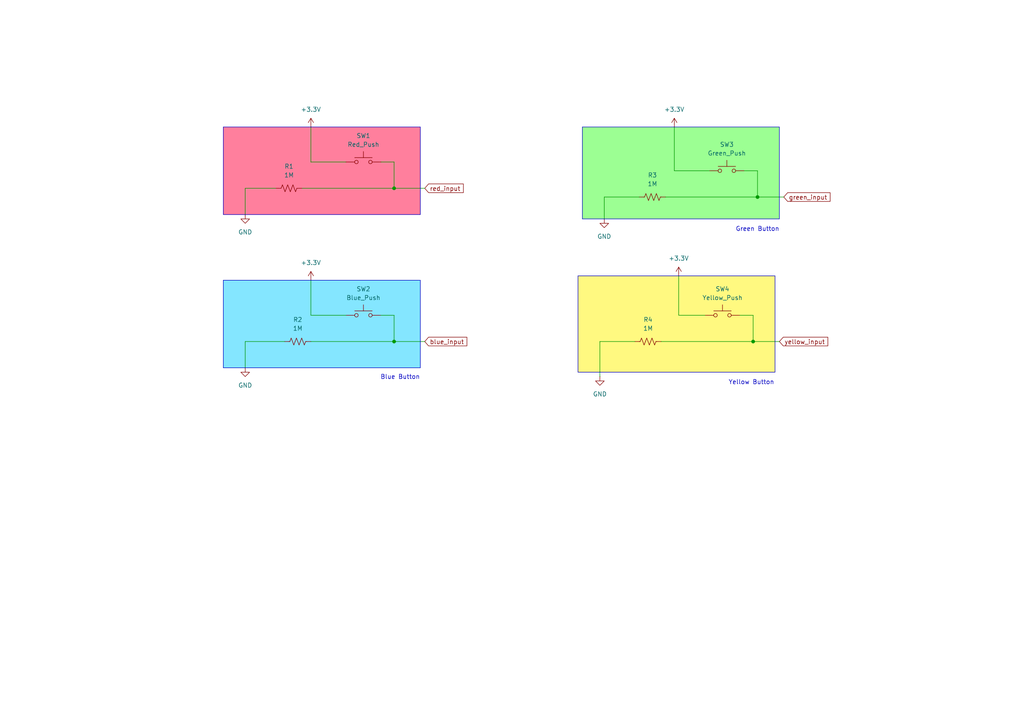
<source format=kicad_sch>
(kicad_sch
	(version 20231120)
	(generator "eeschema")
	(generator_version "8.0")
	(uuid "40e8b58e-fede-4956-ac8c-a3df9c5062b3")
	(paper "A4")
	(lib_symbols
		(symbol "Device:R_US"
			(pin_numbers hide)
			(pin_names
				(offset 0)
			)
			(exclude_from_sim no)
			(in_bom yes)
			(on_board yes)
			(property "Reference" "R"
				(at 2.54 0 90)
				(effects
					(font
						(size 1.27 1.27)
					)
				)
			)
			(property "Value" "R_US"
				(at -2.54 0 90)
				(effects
					(font
						(size 1.27 1.27)
					)
				)
			)
			(property "Footprint" ""
				(at 1.016 -0.254 90)
				(effects
					(font
						(size 1.27 1.27)
					)
					(hide yes)
				)
			)
			(property "Datasheet" "~"
				(at 0 0 0)
				(effects
					(font
						(size 1.27 1.27)
					)
					(hide yes)
				)
			)
			(property "Description" "Resistor, US symbol"
				(at 0 0 0)
				(effects
					(font
						(size 1.27 1.27)
					)
					(hide yes)
				)
			)
			(property "ki_keywords" "R res resistor"
				(at 0 0 0)
				(effects
					(font
						(size 1.27 1.27)
					)
					(hide yes)
				)
			)
			(property "ki_fp_filters" "R_*"
				(at 0 0 0)
				(effects
					(font
						(size 1.27 1.27)
					)
					(hide yes)
				)
			)
			(symbol "R_US_0_1"
				(polyline
					(pts
						(xy 0 -2.286) (xy 0 -2.54)
					)
					(stroke
						(width 0)
						(type default)
					)
					(fill
						(type none)
					)
				)
				(polyline
					(pts
						(xy 0 2.286) (xy 0 2.54)
					)
					(stroke
						(width 0)
						(type default)
					)
					(fill
						(type none)
					)
				)
				(polyline
					(pts
						(xy 0 -0.762) (xy 1.016 -1.143) (xy 0 -1.524) (xy -1.016 -1.905) (xy 0 -2.286)
					)
					(stroke
						(width 0)
						(type default)
					)
					(fill
						(type none)
					)
				)
				(polyline
					(pts
						(xy 0 0.762) (xy 1.016 0.381) (xy 0 0) (xy -1.016 -0.381) (xy 0 -0.762)
					)
					(stroke
						(width 0)
						(type default)
					)
					(fill
						(type none)
					)
				)
				(polyline
					(pts
						(xy 0 2.286) (xy 1.016 1.905) (xy 0 1.524) (xy -1.016 1.143) (xy 0 0.762)
					)
					(stroke
						(width 0)
						(type default)
					)
					(fill
						(type none)
					)
				)
			)
			(symbol "R_US_1_1"
				(pin passive line
					(at 0 3.81 270)
					(length 1.27)
					(name "~"
						(effects
							(font
								(size 1.27 1.27)
							)
						)
					)
					(number "1"
						(effects
							(font
								(size 1.27 1.27)
							)
						)
					)
				)
				(pin passive line
					(at 0 -3.81 90)
					(length 1.27)
					(name "~"
						(effects
							(font
								(size 1.27 1.27)
							)
						)
					)
					(number "2"
						(effects
							(font
								(size 1.27 1.27)
							)
						)
					)
				)
			)
		)
		(symbol "Switch:SW_Push"
			(pin_numbers hide)
			(pin_names
				(offset 1.016) hide)
			(exclude_from_sim no)
			(in_bom yes)
			(on_board yes)
			(property "Reference" "SW"
				(at 1.27 2.54 0)
				(effects
					(font
						(size 1.27 1.27)
					)
					(justify left)
				)
			)
			(property "Value" "SW_Push"
				(at 0 -1.524 0)
				(effects
					(font
						(size 1.27 1.27)
					)
				)
			)
			(property "Footprint" ""
				(at 0 5.08 0)
				(effects
					(font
						(size 1.27 1.27)
					)
					(hide yes)
				)
			)
			(property "Datasheet" "~"
				(at 0 5.08 0)
				(effects
					(font
						(size 1.27 1.27)
					)
					(hide yes)
				)
			)
			(property "Description" "Push button switch, generic, two pins"
				(at 0 0 0)
				(effects
					(font
						(size 1.27 1.27)
					)
					(hide yes)
				)
			)
			(property "ki_keywords" "switch normally-open pushbutton push-button"
				(at 0 0 0)
				(effects
					(font
						(size 1.27 1.27)
					)
					(hide yes)
				)
			)
			(symbol "SW_Push_0_1"
				(circle
					(center -2.032 0)
					(radius 0.508)
					(stroke
						(width 0)
						(type default)
					)
					(fill
						(type none)
					)
				)
				(polyline
					(pts
						(xy 0 1.27) (xy 0 3.048)
					)
					(stroke
						(width 0)
						(type default)
					)
					(fill
						(type none)
					)
				)
				(polyline
					(pts
						(xy 2.54 1.27) (xy -2.54 1.27)
					)
					(stroke
						(width 0)
						(type default)
					)
					(fill
						(type none)
					)
				)
				(circle
					(center 2.032 0)
					(radius 0.508)
					(stroke
						(width 0)
						(type default)
					)
					(fill
						(type none)
					)
				)
				(pin passive line
					(at -5.08 0 0)
					(length 2.54)
					(name "1"
						(effects
							(font
								(size 1.27 1.27)
							)
						)
					)
					(number "1"
						(effects
							(font
								(size 1.27 1.27)
							)
						)
					)
				)
				(pin passive line
					(at 5.08 0 180)
					(length 2.54)
					(name "2"
						(effects
							(font
								(size 1.27 1.27)
							)
						)
					)
					(number "2"
						(effects
							(font
								(size 1.27 1.27)
							)
						)
					)
				)
			)
		)
		(symbol "power:+3.3V"
			(power)
			(pin_numbers hide)
			(pin_names
				(offset 0) hide)
			(exclude_from_sim no)
			(in_bom yes)
			(on_board yes)
			(property "Reference" "#PWR"
				(at 0 -3.81 0)
				(effects
					(font
						(size 1.27 1.27)
					)
					(hide yes)
				)
			)
			(property "Value" "+3.3V"
				(at 0 3.556 0)
				(effects
					(font
						(size 1.27 1.27)
					)
				)
			)
			(property "Footprint" ""
				(at 0 0 0)
				(effects
					(font
						(size 1.27 1.27)
					)
					(hide yes)
				)
			)
			(property "Datasheet" ""
				(at 0 0 0)
				(effects
					(font
						(size 1.27 1.27)
					)
					(hide yes)
				)
			)
			(property "Description" "Power symbol creates a global label with name \"+3.3V\""
				(at 0 0 0)
				(effects
					(font
						(size 1.27 1.27)
					)
					(hide yes)
				)
			)
			(property "ki_keywords" "global power"
				(at 0 0 0)
				(effects
					(font
						(size 1.27 1.27)
					)
					(hide yes)
				)
			)
			(symbol "+3.3V_0_1"
				(polyline
					(pts
						(xy -0.762 1.27) (xy 0 2.54)
					)
					(stroke
						(width 0)
						(type default)
					)
					(fill
						(type none)
					)
				)
				(polyline
					(pts
						(xy 0 0) (xy 0 2.54)
					)
					(stroke
						(width 0)
						(type default)
					)
					(fill
						(type none)
					)
				)
				(polyline
					(pts
						(xy 0 2.54) (xy 0.762 1.27)
					)
					(stroke
						(width 0)
						(type default)
					)
					(fill
						(type none)
					)
				)
			)
			(symbol "+3.3V_1_1"
				(pin power_in line
					(at 0 0 90)
					(length 0)
					(name "~"
						(effects
							(font
								(size 1.27 1.27)
							)
						)
					)
					(number "1"
						(effects
							(font
								(size 1.27 1.27)
							)
						)
					)
				)
			)
		)
		(symbol "power:GND"
			(power)
			(pin_numbers hide)
			(pin_names
				(offset 0) hide)
			(exclude_from_sim no)
			(in_bom yes)
			(on_board yes)
			(property "Reference" "#PWR"
				(at 0 -6.35 0)
				(effects
					(font
						(size 1.27 1.27)
					)
					(hide yes)
				)
			)
			(property "Value" "GND"
				(at 0 -3.81 0)
				(effects
					(font
						(size 1.27 1.27)
					)
				)
			)
			(property "Footprint" ""
				(at 0 0 0)
				(effects
					(font
						(size 1.27 1.27)
					)
					(hide yes)
				)
			)
			(property "Datasheet" ""
				(at 0 0 0)
				(effects
					(font
						(size 1.27 1.27)
					)
					(hide yes)
				)
			)
			(property "Description" "Power symbol creates a global label with name \"GND\" , ground"
				(at 0 0 0)
				(effects
					(font
						(size 1.27 1.27)
					)
					(hide yes)
				)
			)
			(property "ki_keywords" "global power"
				(at 0 0 0)
				(effects
					(font
						(size 1.27 1.27)
					)
					(hide yes)
				)
			)
			(symbol "GND_0_1"
				(polyline
					(pts
						(xy 0 0) (xy 0 -1.27) (xy 1.27 -1.27) (xy 0 -2.54) (xy -1.27 -1.27) (xy 0 -1.27)
					)
					(stroke
						(width 0)
						(type default)
					)
					(fill
						(type none)
					)
				)
			)
			(symbol "GND_1_1"
				(pin power_in line
					(at 0 0 270)
					(length 0)
					(name "~"
						(effects
							(font
								(size 1.27 1.27)
							)
						)
					)
					(number "1"
						(effects
							(font
								(size 1.27 1.27)
							)
						)
					)
				)
			)
		)
	)
	(junction
		(at 219.71 57.15)
		(diameter 0)
		(color 0 0 0 0)
		(uuid "5b2c8242-2d48-4c73-95ef-b6bc9cb5a5a2")
	)
	(junction
		(at 114.3 99.06)
		(diameter 0)
		(color 0 0 0 0)
		(uuid "67664f0d-3108-4eb5-a798-2440bfed6def")
	)
	(junction
		(at 218.44 99.06)
		(diameter 0)
		(color 0 0 0 0)
		(uuid "8915899d-da2d-4683-b39e-51258ba63198")
	)
	(junction
		(at 114.3 54.61)
		(diameter 0)
		(color 0 0 0 0)
		(uuid "bbd18f11-661f-4692-a3b2-f6ec9a9b9906")
	)
	(wire
		(pts
			(xy 215.9 49.53) (xy 219.71 49.53)
		)
		(stroke
			(width 0)
			(type default)
		)
		(uuid "0a57831e-28df-4c07-9466-66e88ae1e13f")
	)
	(wire
		(pts
			(xy 219.71 49.53) (xy 219.71 57.15)
		)
		(stroke
			(width 0)
			(type default)
		)
		(uuid "12a7e8f2-884c-48ee-965a-b19dadaa4b06")
	)
	(wire
		(pts
			(xy 71.12 99.06) (xy 71.12 106.68)
		)
		(stroke
			(width 0)
			(type default)
		)
		(uuid "1337c398-c046-4f4c-8830-e48ba78b1a8a")
	)
	(wire
		(pts
			(xy 114.3 91.44) (xy 114.3 99.06)
		)
		(stroke
			(width 0)
			(type default)
		)
		(uuid "16856e87-00e2-4127-9a0b-47296170e41a")
	)
	(wire
		(pts
			(xy 71.12 54.61) (xy 71.12 62.23)
		)
		(stroke
			(width 0)
			(type default)
		)
		(uuid "174742e0-4ecf-4dd2-abc6-44af77f65a34")
	)
	(wire
		(pts
			(xy 100.33 46.99) (xy 90.17 46.99)
		)
		(stroke
			(width 0)
			(type default)
		)
		(uuid "1ebde003-1535-4517-94c3-f19e54b77180")
	)
	(wire
		(pts
			(xy 110.49 46.99) (xy 114.3 46.99)
		)
		(stroke
			(width 0)
			(type default)
		)
		(uuid "41b9cc9f-c40c-41c2-b666-a9eed85303d6")
	)
	(wire
		(pts
			(xy 90.17 46.99) (xy 90.17 36.83)
		)
		(stroke
			(width 0)
			(type default)
		)
		(uuid "44fae4b8-f5ff-4273-8d7a-60c9fd27d5ab")
	)
	(wire
		(pts
			(xy 100.33 91.44) (xy 90.17 91.44)
		)
		(stroke
			(width 0)
			(type default)
		)
		(uuid "453ee29f-e46b-4ec3-bfb3-599f3546b3e1")
	)
	(wire
		(pts
			(xy 218.44 91.44) (xy 218.44 99.06)
		)
		(stroke
			(width 0)
			(type default)
		)
		(uuid "502c5158-ae50-4d31-a401-90d7d637612c")
	)
	(wire
		(pts
			(xy 219.71 57.15) (xy 227.33 57.15)
		)
		(stroke
			(width 0)
			(type default)
		)
		(uuid "5f2661a1-3990-40b0-b8ab-598e94f5a78f")
	)
	(wire
		(pts
			(xy 87.63 54.61) (xy 114.3 54.61)
		)
		(stroke
			(width 0)
			(type default)
		)
		(uuid "65d56ba1-d1e9-4fe1-afc5-74a122afed93")
	)
	(wire
		(pts
			(xy 175.26 57.15) (xy 175.26 63.5)
		)
		(stroke
			(width 0)
			(type default)
		)
		(uuid "75e69eb5-2ee0-4365-8439-99cb64c03e17")
	)
	(wire
		(pts
			(xy 71.12 99.06) (xy 82.55 99.06)
		)
		(stroke
			(width 0)
			(type default)
		)
		(uuid "7a5fc89d-60ba-4253-92da-2f246ba5ebc3")
	)
	(wire
		(pts
			(xy 195.58 49.53) (xy 195.58 36.83)
		)
		(stroke
			(width 0)
			(type default)
		)
		(uuid "7c0c4776-e1ff-4bec-afe7-1dba37aa37f0")
	)
	(wire
		(pts
			(xy 214.63 91.44) (xy 218.44 91.44)
		)
		(stroke
			(width 0)
			(type default)
		)
		(uuid "7cb594af-dff5-48b6-a6ff-7dce5648d75a")
	)
	(wire
		(pts
			(xy 110.49 91.44) (xy 114.3 91.44)
		)
		(stroke
			(width 0)
			(type default)
		)
		(uuid "81f771ee-7e8e-4a0b-b3ef-e151624b6075")
	)
	(wire
		(pts
			(xy 191.77 99.06) (xy 218.44 99.06)
		)
		(stroke
			(width 0)
			(type default)
		)
		(uuid "836bceed-33b4-4f44-ae3c-5db5485baf55")
	)
	(wire
		(pts
			(xy 90.17 91.44) (xy 90.17 81.28)
		)
		(stroke
			(width 0)
			(type default)
		)
		(uuid "868874a4-f60f-430d-9ec2-903ead4fffe2")
	)
	(wire
		(pts
			(xy 218.44 99.06) (xy 226.06 99.06)
		)
		(stroke
			(width 0)
			(type default)
		)
		(uuid "979b34d7-0a83-4ec5-899c-aeb7a7cd22ce")
	)
	(wire
		(pts
			(xy 196.85 80.01) (xy 196.85 91.44)
		)
		(stroke
			(width 0)
			(type default)
		)
		(uuid "a090ab9d-d48c-4762-bab2-495b622ca9bd")
	)
	(wire
		(pts
			(xy 193.04 57.15) (xy 219.71 57.15)
		)
		(stroke
			(width 0)
			(type default)
		)
		(uuid "aa5c472f-85dc-48e8-92bd-00d29c3fa774")
	)
	(wire
		(pts
			(xy 114.3 46.99) (xy 114.3 54.61)
		)
		(stroke
			(width 0)
			(type default)
		)
		(uuid "b73063a2-8be6-4418-9cf6-8eee95a8805f")
	)
	(wire
		(pts
			(xy 114.3 54.61) (xy 123.19 54.61)
		)
		(stroke
			(width 0)
			(type default)
		)
		(uuid "c8b1039a-1ff3-494c-bdee-34a0501963f6")
	)
	(wire
		(pts
			(xy 173.99 99.06) (xy 173.99 109.22)
		)
		(stroke
			(width 0)
			(type default)
		)
		(uuid "cd8d2ba3-8ffc-4bb7-8ab7-4bb711366f29")
	)
	(wire
		(pts
			(xy 205.74 49.53) (xy 195.58 49.53)
		)
		(stroke
			(width 0)
			(type default)
		)
		(uuid "ce29eea7-dcbd-44c5-be55-afe3edeaf7eb")
	)
	(wire
		(pts
			(xy 175.26 57.15) (xy 185.42 57.15)
		)
		(stroke
			(width 0)
			(type default)
		)
		(uuid "d1263144-d9ac-4360-9f84-a4ee5450a569")
	)
	(wire
		(pts
			(xy 71.12 54.61) (xy 80.01 54.61)
		)
		(stroke
			(width 0)
			(type default)
		)
		(uuid "dd7910cc-3cc5-4b4d-b119-86544dd0d442")
	)
	(wire
		(pts
			(xy 90.17 99.06) (xy 114.3 99.06)
		)
		(stroke
			(width 0)
			(type default)
		)
		(uuid "dfcbd0e1-0685-472a-a75a-104f26de0237")
	)
	(wire
		(pts
			(xy 196.85 91.44) (xy 204.47 91.44)
		)
		(stroke
			(width 0)
			(type default)
		)
		(uuid "e884a824-e62f-418a-9d36-22bfc658a836")
	)
	(wire
		(pts
			(xy 173.99 99.06) (xy 184.15 99.06)
		)
		(stroke
			(width 0)
			(type default)
		)
		(uuid "f0253357-9429-418f-a88b-38671c52e575")
	)
	(wire
		(pts
			(xy 114.3 99.06) (xy 123.19 99.06)
		)
		(stroke
			(width 0)
			(type default)
		)
		(uuid "f4a9418b-e2a5-4f4d-a5c9-b0e4d3dbacf1")
	)
	(rectangle
		(start 64.77 36.83)
		(end 121.92 62.23)
		(stroke
			(width 0)
			(type default)
		)
		(fill
			(type color)
			(color 255 0 60 0.5)
		)
		(uuid 73ffa571-de67-4060-96a0-f6967511ac4b)
	)
	(rectangle
		(start 64.77 81.28)
		(end 121.92 106.68)
		(stroke
			(width 0)
			(type default)
		)
		(fill
			(type color)
			(color 11 207 255 0.5)
		)
		(uuid c3642444-dc24-4b00-a3fa-48070077abc1)
	)
	(rectangle
		(start 168.91 36.83)
		(end 226.06 63.5)
		(stroke
			(width 0)
			(type default)
		)
		(fill
			(type color)
			(color 59 255 40 0.5)
		)
		(uuid e981cc96-1de5-44cc-a7b8-5bc7b5b6072f)
	)
	(rectangle
		(start 167.64 80.01)
		(end 224.79 107.95)
		(stroke
			(width 0)
			(type default)
		)
		(fill
			(type color)
			(color 255 245 2 0.5)
		)
		(uuid fe22fe8b-8868-421e-be6f-49c97381e0ad)
	)
	(text "Blue Button"
		(exclude_from_sim no)
		(at 116.078 109.474 0)
		(effects
			(font
				(size 1.27 1.27)
			)
		)
		(uuid "859396bf-6c96-4831-a083-87b4f3bcd09b")
	)
	(text "Green Button"
		(exclude_from_sim no)
		(at 219.71 66.548 0)
		(effects
			(font
				(size 1.27 1.27)
			)
		)
		(uuid "db29defc-93f5-4ecf-aebd-292f69d9cdc6")
	)
	(text "Yellow Button"
		(exclude_from_sim no)
		(at 217.932 110.998 0)
		(effects
			(font
				(size 1.27 1.27)
			)
		)
		(uuid "e6d0b8f8-d5f3-4f9e-b9ab-efc6485ed204")
	)
	(global_label "yellow_input"
		(shape input)
		(at 226.06 99.06 0)
		(fields_autoplaced yes)
		(effects
			(font
				(size 1.27 1.27)
			)
			(justify left)
		)
		(uuid "072b42f9-ddda-4e2c-8fb8-3d930818dc32")
		(property "Intersheetrefs" "${INTERSHEET_REFS}"
			(at 240.6564 99.06 0)
			(effects
				(font
					(size 1.27 1.27)
				)
				(justify left)
				(hide yes)
			)
		)
	)
	(global_label "green_input"
		(shape input)
		(at 227.33 57.15 0)
		(fields_autoplaced yes)
		(effects
			(font
				(size 1.27 1.27)
			)
			(justify left)
		)
		(uuid "1c812330-e163-4ffd-b2cf-3dd273873772")
		(property "Intersheetrefs" "${INTERSHEET_REFS}"
			(at 241.3217 57.15 0)
			(effects
				(font
					(size 1.27 1.27)
				)
				(justify left)
				(hide yes)
			)
		)
	)
	(global_label "blue_input"
		(shape input)
		(at 123.19 99.06 0)
		(fields_autoplaced yes)
		(effects
			(font
				(size 1.27 1.27)
			)
			(justify left)
		)
		(uuid "5466ea80-5dfb-4f40-8364-2cade521685d")
		(property "Intersheetrefs" "${INTERSHEET_REFS}"
			(at 135.9721 99.06 0)
			(effects
				(font
					(size 1.27 1.27)
				)
				(justify left)
				(hide yes)
			)
		)
	)
	(global_label "red_input"
		(shape input)
		(at 123.19 54.61 0)
		(fields_autoplaced yes)
		(effects
			(font
				(size 1.27 1.27)
			)
			(justify left)
		)
		(uuid "8d027b88-83c4-4f47-ad2b-653b34b1b8ff")
		(property "Intersheetrefs" "${INTERSHEET_REFS}"
			(at 134.9441 54.61 0)
			(effects
				(font
					(size 1.27 1.27)
				)
				(justify left)
				(hide yes)
			)
		)
	)
	(symbol
		(lib_id "Switch:SW_Push")
		(at 105.41 46.99 0)
		(unit 1)
		(exclude_from_sim no)
		(in_bom yes)
		(on_board yes)
		(dnp no)
		(fields_autoplaced yes)
		(uuid "0aea1139-daed-43ce-bb9a-fb08b5719202")
		(property "Reference" "SW1"
			(at 105.41 39.37 0)
			(effects
				(font
					(size 1.27 1.27)
				)
			)
		)
		(property "Value" "Red_Push"
			(at 105.41 41.91 0)
			(effects
				(font
					(size 1.27 1.27)
				)
			)
		)
		(property "Footprint" ""
			(at 105.41 41.91 0)
			(effects
				(font
					(size 1.27 1.27)
				)
				(hide yes)
			)
		)
		(property "Datasheet" "~"
			(at 105.41 41.91 0)
			(effects
				(font
					(size 1.27 1.27)
				)
				(hide yes)
			)
		)
		(property "Description" "Push button switch, generic, two pins"
			(at 105.41 46.99 0)
			(effects
				(font
					(size 1.27 1.27)
				)
				(hide yes)
			)
		)
		(pin "2"
			(uuid "920b20ec-3227-4d61-aa9c-0c58b5f5d6fe")
		)
		(pin "1"
			(uuid "1088c193-a40a-4151-abad-d069a9eaaa46")
		)
		(instances
			(project ""
				(path "/40e8b58e-fede-4956-ac8c-a3df9c5062b3"
					(reference "SW1")
					(unit 1)
				)
			)
		)
	)
	(symbol
		(lib_id "power:GND")
		(at 71.12 62.23 0)
		(unit 1)
		(exclude_from_sim no)
		(in_bom yes)
		(on_board yes)
		(dnp no)
		(fields_autoplaced yes)
		(uuid "13bdc461-30da-4190-989d-8cfeff31077e")
		(property "Reference" "#PWR01"
			(at 71.12 68.58 0)
			(effects
				(font
					(size 1.27 1.27)
				)
				(hide yes)
			)
		)
		(property "Value" "GND"
			(at 71.12 67.31 0)
			(effects
				(font
					(size 1.27 1.27)
				)
			)
		)
		(property "Footprint" ""
			(at 71.12 62.23 0)
			(effects
				(font
					(size 1.27 1.27)
				)
				(hide yes)
			)
		)
		(property "Datasheet" ""
			(at 71.12 62.23 0)
			(effects
				(font
					(size 1.27 1.27)
				)
				(hide yes)
			)
		)
		(property "Description" "Power symbol creates a global label with name \"GND\" , ground"
			(at 71.12 62.23 0)
			(effects
				(font
					(size 1.27 1.27)
				)
				(hide yes)
			)
		)
		(pin "1"
			(uuid "a0778579-60f4-4590-82a3-0c2392b8b438")
		)
		(instances
			(project ""
				(path "/40e8b58e-fede-4956-ac8c-a3df9c5062b3"
					(reference "#PWR01")
					(unit 1)
				)
			)
		)
	)
	(symbol
		(lib_id "power:+3.3V")
		(at 196.85 80.01 0)
		(unit 1)
		(exclude_from_sim no)
		(in_bom yes)
		(on_board yes)
		(dnp no)
		(fields_autoplaced yes)
		(uuid "14427143-a28d-47d1-8d54-547863ec7934")
		(property "Reference" "#PWR08"
			(at 196.85 83.82 0)
			(effects
				(font
					(size 1.27 1.27)
				)
				(hide yes)
			)
		)
		(property "Value" "+3.3V"
			(at 196.85 74.93 0)
			(effects
				(font
					(size 1.27 1.27)
				)
			)
		)
		(property "Footprint" ""
			(at 196.85 80.01 0)
			(effects
				(font
					(size 1.27 1.27)
				)
				(hide yes)
			)
		)
		(property "Datasheet" ""
			(at 196.85 80.01 0)
			(effects
				(font
					(size 1.27 1.27)
				)
				(hide yes)
			)
		)
		(property "Description" "Power symbol creates a global label with name \"+3.3V\""
			(at 196.85 80.01 0)
			(effects
				(font
					(size 1.27 1.27)
				)
				(hide yes)
			)
		)
		(pin "1"
			(uuid "dba3ca39-cf44-4d61-bcf5-e11620549112")
		)
		(instances
			(project "race_4_players"
				(path "/40e8b58e-fede-4956-ac8c-a3df9c5062b3"
					(reference "#PWR08")
					(unit 1)
				)
			)
		)
	)
	(symbol
		(lib_id "Switch:SW_Push")
		(at 210.82 49.53 0)
		(unit 1)
		(exclude_from_sim no)
		(in_bom yes)
		(on_board yes)
		(dnp no)
		(fields_autoplaced yes)
		(uuid "1901ad33-fba2-4f92-9fff-59fc2f1835aa")
		(property "Reference" "SW3"
			(at 210.82 41.91 0)
			(effects
				(font
					(size 1.27 1.27)
				)
			)
		)
		(property "Value" "Green_Push"
			(at 210.82 44.45 0)
			(effects
				(font
					(size 1.27 1.27)
				)
			)
		)
		(property "Footprint" ""
			(at 210.82 44.45 0)
			(effects
				(font
					(size 1.27 1.27)
				)
				(hide yes)
			)
		)
		(property "Datasheet" "~"
			(at 210.82 44.45 0)
			(effects
				(font
					(size 1.27 1.27)
				)
				(hide yes)
			)
		)
		(property "Description" "Push button switch, generic, two pins"
			(at 210.82 49.53 0)
			(effects
				(font
					(size 1.27 1.27)
				)
				(hide yes)
			)
		)
		(pin "2"
			(uuid "8eca6c66-b134-460a-a1bf-5cb2f86ea09f")
		)
		(pin "1"
			(uuid "85232c97-8178-472a-a4b3-d9e928971f6c")
		)
		(instances
			(project "race_4_players"
				(path "/40e8b58e-fede-4956-ac8c-a3df9c5062b3"
					(reference "SW3")
					(unit 1)
				)
			)
		)
	)
	(symbol
		(lib_id "power:+3.3V")
		(at 195.58 36.83 0)
		(unit 1)
		(exclude_from_sim no)
		(in_bom yes)
		(on_board yes)
		(dnp no)
		(fields_autoplaced yes)
		(uuid "39e84386-aa16-41b2-adfd-dcdcde30125e")
		(property "Reference" "#PWR06"
			(at 195.58 40.64 0)
			(effects
				(font
					(size 1.27 1.27)
				)
				(hide yes)
			)
		)
		(property "Value" "+3.3V"
			(at 195.58 31.75 0)
			(effects
				(font
					(size 1.27 1.27)
				)
			)
		)
		(property "Footprint" ""
			(at 195.58 36.83 0)
			(effects
				(font
					(size 1.27 1.27)
				)
				(hide yes)
			)
		)
		(property "Datasheet" ""
			(at 195.58 36.83 0)
			(effects
				(font
					(size 1.27 1.27)
				)
				(hide yes)
			)
		)
		(property "Description" "Power symbol creates a global label with name \"+3.3V\""
			(at 195.58 36.83 0)
			(effects
				(font
					(size 1.27 1.27)
				)
				(hide yes)
			)
		)
		(pin "1"
			(uuid "cd242f41-d737-488b-a627-0eee4a4e0849")
		)
		(instances
			(project "race_4_players"
				(path "/40e8b58e-fede-4956-ac8c-a3df9c5062b3"
					(reference "#PWR06")
					(unit 1)
				)
			)
		)
	)
	(symbol
		(lib_id "power:+3.3V")
		(at 90.17 81.28 0)
		(unit 1)
		(exclude_from_sim no)
		(in_bom yes)
		(on_board yes)
		(dnp no)
		(fields_autoplaced yes)
		(uuid "502b6d3d-479b-4f47-bbfa-62336be4de25")
		(property "Reference" "#PWR04"
			(at 90.17 85.09 0)
			(effects
				(font
					(size 1.27 1.27)
				)
				(hide yes)
			)
		)
		(property "Value" "+3.3V"
			(at 90.17 76.2 0)
			(effects
				(font
					(size 1.27 1.27)
				)
			)
		)
		(property "Footprint" ""
			(at 90.17 81.28 0)
			(effects
				(font
					(size 1.27 1.27)
				)
				(hide yes)
			)
		)
		(property "Datasheet" ""
			(at 90.17 81.28 0)
			(effects
				(font
					(size 1.27 1.27)
				)
				(hide yes)
			)
		)
		(property "Description" "Power symbol creates a global label with name \"+3.3V\""
			(at 90.17 81.28 0)
			(effects
				(font
					(size 1.27 1.27)
				)
				(hide yes)
			)
		)
		(pin "1"
			(uuid "86799a6e-655b-4fcd-ac52-bcb87f7beef6")
		)
		(instances
			(project "race_4_players"
				(path "/40e8b58e-fede-4956-ac8c-a3df9c5062b3"
					(reference "#PWR04")
					(unit 1)
				)
			)
		)
	)
	(symbol
		(lib_id "power:GND")
		(at 173.99 109.22 0)
		(unit 1)
		(exclude_from_sim no)
		(in_bom yes)
		(on_board yes)
		(dnp no)
		(fields_autoplaced yes)
		(uuid "6ccfd4db-bf15-48b8-9f11-263f90e00b8f")
		(property "Reference" "#PWR07"
			(at 173.99 115.57 0)
			(effects
				(font
					(size 1.27 1.27)
				)
				(hide yes)
			)
		)
		(property "Value" "GND"
			(at 173.99 114.3 0)
			(effects
				(font
					(size 1.27 1.27)
				)
			)
		)
		(property "Footprint" ""
			(at 173.99 109.22 0)
			(effects
				(font
					(size 1.27 1.27)
				)
				(hide yes)
			)
		)
		(property "Datasheet" ""
			(at 173.99 109.22 0)
			(effects
				(font
					(size 1.27 1.27)
				)
				(hide yes)
			)
		)
		(property "Description" "Power symbol creates a global label with name \"GND\" , ground"
			(at 173.99 109.22 0)
			(effects
				(font
					(size 1.27 1.27)
				)
				(hide yes)
			)
		)
		(pin "1"
			(uuid "6dc10473-8e92-4584-b8e5-c9670c08e102")
		)
		(instances
			(project "race_4_players"
				(path "/40e8b58e-fede-4956-ac8c-a3df9c5062b3"
					(reference "#PWR07")
					(unit 1)
				)
			)
		)
	)
	(symbol
		(lib_id "Switch:SW_Push")
		(at 209.55 91.44 0)
		(unit 1)
		(exclude_from_sim no)
		(in_bom yes)
		(on_board yes)
		(dnp no)
		(fields_autoplaced yes)
		(uuid "6e651fc2-1054-4414-84c6-88a5fe8fc29c")
		(property "Reference" "SW4"
			(at 209.55 83.82 0)
			(effects
				(font
					(size 1.27 1.27)
				)
			)
		)
		(property "Value" "Yellow_Push"
			(at 209.55 86.36 0)
			(effects
				(font
					(size 1.27 1.27)
				)
			)
		)
		(property "Footprint" ""
			(at 209.55 86.36 0)
			(effects
				(font
					(size 1.27 1.27)
				)
				(hide yes)
			)
		)
		(property "Datasheet" "~"
			(at 209.55 86.36 0)
			(effects
				(font
					(size 1.27 1.27)
				)
				(hide yes)
			)
		)
		(property "Description" "Push button switch, generic, two pins"
			(at 209.55 91.44 0)
			(effects
				(font
					(size 1.27 1.27)
				)
				(hide yes)
			)
		)
		(pin "2"
			(uuid "20ef63a7-4974-43b3-ab5c-08ecee3600a5")
		)
		(pin "1"
			(uuid "f85f0ebd-34ef-475d-9e5c-17a093265ce3")
		)
		(instances
			(project "race_4_players"
				(path "/40e8b58e-fede-4956-ac8c-a3df9c5062b3"
					(reference "SW4")
					(unit 1)
				)
			)
		)
	)
	(symbol
		(lib_id "power:GND")
		(at 71.12 106.68 0)
		(unit 1)
		(exclude_from_sim no)
		(in_bom yes)
		(on_board yes)
		(dnp no)
		(fields_autoplaced yes)
		(uuid "8cc5ed88-2c5e-4955-9009-d649e651e054")
		(property "Reference" "#PWR03"
			(at 71.12 113.03 0)
			(effects
				(font
					(size 1.27 1.27)
				)
				(hide yes)
			)
		)
		(property "Value" "GND"
			(at 71.12 111.76 0)
			(effects
				(font
					(size 1.27 1.27)
				)
			)
		)
		(property "Footprint" ""
			(at 71.12 106.68 0)
			(effects
				(font
					(size 1.27 1.27)
				)
				(hide yes)
			)
		)
		(property "Datasheet" ""
			(at 71.12 106.68 0)
			(effects
				(font
					(size 1.27 1.27)
				)
				(hide yes)
			)
		)
		(property "Description" "Power symbol creates a global label with name \"GND\" , ground"
			(at 71.12 106.68 0)
			(effects
				(font
					(size 1.27 1.27)
				)
				(hide yes)
			)
		)
		(pin "1"
			(uuid "79933c2a-0136-4a56-a9a3-c20672a750d4")
		)
		(instances
			(project "race_4_players"
				(path "/40e8b58e-fede-4956-ac8c-a3df9c5062b3"
					(reference "#PWR03")
					(unit 1)
				)
			)
		)
	)
	(symbol
		(lib_id "power:GND")
		(at 175.26 63.5 0)
		(unit 1)
		(exclude_from_sim no)
		(in_bom yes)
		(on_board yes)
		(dnp no)
		(fields_autoplaced yes)
		(uuid "a0779c3c-9594-4c4d-8fe9-60cf03f79fe9")
		(property "Reference" "#PWR05"
			(at 175.26 69.85 0)
			(effects
				(font
					(size 1.27 1.27)
				)
				(hide yes)
			)
		)
		(property "Value" "GND"
			(at 175.26 68.58 0)
			(effects
				(font
					(size 1.27 1.27)
				)
			)
		)
		(property "Footprint" ""
			(at 175.26 63.5 0)
			(effects
				(font
					(size 1.27 1.27)
				)
				(hide yes)
			)
		)
		(property "Datasheet" ""
			(at 175.26 63.5 0)
			(effects
				(font
					(size 1.27 1.27)
				)
				(hide yes)
			)
		)
		(property "Description" "Power symbol creates a global label with name \"GND\" , ground"
			(at 175.26 63.5 0)
			(effects
				(font
					(size 1.27 1.27)
				)
				(hide yes)
			)
		)
		(pin "1"
			(uuid "6b3e0948-3ce6-4cbf-bc87-49cd0a03987a")
		)
		(instances
			(project "race_4_players"
				(path "/40e8b58e-fede-4956-ac8c-a3df9c5062b3"
					(reference "#PWR05")
					(unit 1)
				)
			)
		)
	)
	(symbol
		(lib_id "power:+3.3V")
		(at 90.17 36.83 0)
		(unit 1)
		(exclude_from_sim no)
		(in_bom yes)
		(on_board yes)
		(dnp no)
		(fields_autoplaced yes)
		(uuid "a07b273a-b447-45c3-8c91-b1ca243c1310")
		(property "Reference" "#PWR02"
			(at 90.17 40.64 0)
			(effects
				(font
					(size 1.27 1.27)
				)
				(hide yes)
			)
		)
		(property "Value" "+3.3V"
			(at 90.17 31.75 0)
			(effects
				(font
					(size 1.27 1.27)
				)
			)
		)
		(property "Footprint" ""
			(at 90.17 36.83 0)
			(effects
				(font
					(size 1.27 1.27)
				)
				(hide yes)
			)
		)
		(property "Datasheet" ""
			(at 90.17 36.83 0)
			(effects
				(font
					(size 1.27 1.27)
				)
				(hide yes)
			)
		)
		(property "Description" "Power symbol creates a global label with name \"+3.3V\""
			(at 90.17 36.83 0)
			(effects
				(font
					(size 1.27 1.27)
				)
				(hide yes)
			)
		)
		(pin "1"
			(uuid "8e63f332-1740-439a-abe2-4417a75cec75")
		)
		(instances
			(project ""
				(path "/40e8b58e-fede-4956-ac8c-a3df9c5062b3"
					(reference "#PWR02")
					(unit 1)
				)
			)
		)
	)
	(symbol
		(lib_id "Switch:SW_Push")
		(at 105.41 91.44 0)
		(unit 1)
		(exclude_from_sim no)
		(in_bom yes)
		(on_board yes)
		(dnp no)
		(fields_autoplaced yes)
		(uuid "a346c722-40bb-45b2-a984-eacbf5bfb1a2")
		(property "Reference" "SW2"
			(at 105.41 83.82 0)
			(effects
				(font
					(size 1.27 1.27)
				)
			)
		)
		(property "Value" "Blue_Push"
			(at 105.41 86.36 0)
			(effects
				(font
					(size 1.27 1.27)
				)
			)
		)
		(property "Footprint" ""
			(at 105.41 86.36 0)
			(effects
				(font
					(size 1.27 1.27)
				)
				(hide yes)
			)
		)
		(property "Datasheet" "~"
			(at 105.41 86.36 0)
			(effects
				(font
					(size 1.27 1.27)
				)
				(hide yes)
			)
		)
		(property "Description" "Push button switch, generic, two pins"
			(at 105.41 91.44 0)
			(effects
				(font
					(size 1.27 1.27)
				)
				(hide yes)
			)
		)
		(pin "2"
			(uuid "b93190ab-bead-49cc-98c4-ca3204f8346a")
		)
		(pin "1"
			(uuid "9da19f59-5be5-4a9b-8630-b72d0851b16f")
		)
		(instances
			(project "race_4_players"
				(path "/40e8b58e-fede-4956-ac8c-a3df9c5062b3"
					(reference "SW2")
					(unit 1)
				)
			)
		)
	)
	(symbol
		(lib_id "Device:R_US")
		(at 83.82 54.61 270)
		(unit 1)
		(exclude_from_sim no)
		(in_bom yes)
		(on_board yes)
		(dnp no)
		(fields_autoplaced yes)
		(uuid "ad7139ac-7c5f-4133-92b6-1b2a13f8c1d2")
		(property "Reference" "R1"
			(at 83.82 48.26 90)
			(effects
				(font
					(size 1.27 1.27)
				)
			)
		)
		(property "Value" "1M"
			(at 83.82 50.8 90)
			(effects
				(font
					(size 1.27 1.27)
				)
			)
		)
		(property "Footprint" ""
			(at 83.566 55.626 90)
			(effects
				(font
					(size 1.27 1.27)
				)
				(hide yes)
			)
		)
		(property "Datasheet" "~"
			(at 83.82 54.61 0)
			(effects
				(font
					(size 1.27 1.27)
				)
				(hide yes)
			)
		)
		(property "Description" "Resistor, US symbol"
			(at 83.82 54.61 0)
			(effects
				(font
					(size 1.27 1.27)
				)
				(hide yes)
			)
		)
		(pin "1"
			(uuid "9c5e3c05-4fc0-4ff9-a367-4e7aefcbcc80")
		)
		(pin "2"
			(uuid "1dda1004-d79f-4979-b785-7759f148ae9d")
		)
		(instances
			(project ""
				(path "/40e8b58e-fede-4956-ac8c-a3df9c5062b3"
					(reference "R1")
					(unit 1)
				)
			)
		)
	)
	(symbol
		(lib_id "Device:R_US")
		(at 86.36 99.06 270)
		(unit 1)
		(exclude_from_sim no)
		(in_bom yes)
		(on_board yes)
		(dnp no)
		(fields_autoplaced yes)
		(uuid "b4005065-0663-4b02-be2e-f8bfddfed2ac")
		(property "Reference" "R2"
			(at 86.36 92.71 90)
			(effects
				(font
					(size 1.27 1.27)
				)
			)
		)
		(property "Value" "1M"
			(at 86.36 95.25 90)
			(effects
				(font
					(size 1.27 1.27)
				)
			)
		)
		(property "Footprint" ""
			(at 86.106 100.076 90)
			(effects
				(font
					(size 1.27 1.27)
				)
				(hide yes)
			)
		)
		(property "Datasheet" "~"
			(at 86.36 99.06 0)
			(effects
				(font
					(size 1.27 1.27)
				)
				(hide yes)
			)
		)
		(property "Description" "Resistor, US symbol"
			(at 86.36 99.06 0)
			(effects
				(font
					(size 1.27 1.27)
				)
				(hide yes)
			)
		)
		(pin "1"
			(uuid "bfac38cc-48c7-465a-93e5-a44589275031")
		)
		(pin "2"
			(uuid "6694692e-e036-4d04-91b5-1e9d956851b6")
		)
		(instances
			(project "race_4_players"
				(path "/40e8b58e-fede-4956-ac8c-a3df9c5062b3"
					(reference "R2")
					(unit 1)
				)
			)
		)
	)
	(symbol
		(lib_id "Device:R_US")
		(at 187.96 99.06 270)
		(unit 1)
		(exclude_from_sim no)
		(in_bom yes)
		(on_board yes)
		(dnp no)
		(fields_autoplaced yes)
		(uuid "b6a8f2f1-8dec-4edd-9d24-6dbbafc92e75")
		(property "Reference" "R4"
			(at 187.96 92.71 90)
			(effects
				(font
					(size 1.27 1.27)
				)
			)
		)
		(property "Value" "1M"
			(at 187.96 95.25 90)
			(effects
				(font
					(size 1.27 1.27)
				)
			)
		)
		(property "Footprint" ""
			(at 187.706 100.076 90)
			(effects
				(font
					(size 1.27 1.27)
				)
				(hide yes)
			)
		)
		(property "Datasheet" "~"
			(at 187.96 99.06 0)
			(effects
				(font
					(size 1.27 1.27)
				)
				(hide yes)
			)
		)
		(property "Description" "Resistor, US symbol"
			(at 187.96 99.06 0)
			(effects
				(font
					(size 1.27 1.27)
				)
				(hide yes)
			)
		)
		(pin "1"
			(uuid "47e27824-62ee-4964-9361-4508e9101013")
		)
		(pin "2"
			(uuid "0a0f2ea8-e68b-449c-b278-849e30f616ec")
		)
		(instances
			(project "race_4_players"
				(path "/40e8b58e-fede-4956-ac8c-a3df9c5062b3"
					(reference "R4")
					(unit 1)
				)
			)
		)
	)
	(symbol
		(lib_id "Device:R_US")
		(at 189.23 57.15 270)
		(unit 1)
		(exclude_from_sim no)
		(in_bom yes)
		(on_board yes)
		(dnp no)
		(fields_autoplaced yes)
		(uuid "f3ce39ec-8e18-46a3-a18b-c16bde814617")
		(property "Reference" "R3"
			(at 189.23 50.8 90)
			(effects
				(font
					(size 1.27 1.27)
				)
			)
		)
		(property "Value" "1M"
			(at 189.23 53.34 90)
			(effects
				(font
					(size 1.27 1.27)
				)
			)
		)
		(property "Footprint" ""
			(at 188.976 58.166 90)
			(effects
				(font
					(size 1.27 1.27)
				)
				(hide yes)
			)
		)
		(property "Datasheet" "~"
			(at 189.23 57.15 0)
			(effects
				(font
					(size 1.27 1.27)
				)
				(hide yes)
			)
		)
		(property "Description" "Resistor, US symbol"
			(at 189.23 57.15 0)
			(effects
				(font
					(size 1.27 1.27)
				)
				(hide yes)
			)
		)
		(pin "1"
			(uuid "27cc772b-f2a0-4ad7-9e66-0eed70a0897b")
		)
		(pin "2"
			(uuid "bc8a5ac7-159c-4817-b316-4c4cdbc9c92c")
		)
		(instances
			(project "race_4_players"
				(path "/40e8b58e-fede-4956-ac8c-a3df9c5062b3"
					(reference "R3")
					(unit 1)
				)
			)
		)
	)
	(sheet_instances
		(path "/"
			(page "1")
		)
	)
)

</source>
